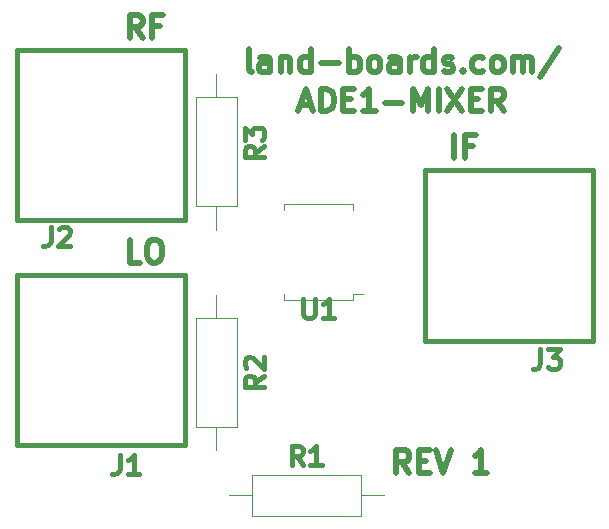
<source format=gto>
G04 #@! TF.GenerationSoftware,KiCad,Pcbnew,(5.1.5)-3*
G04 #@! TF.CreationDate,2021-08-15T08:32:46-04:00*
G04 #@! TF.ProjectId,ADE1-MIXER,41444531-2d4d-4495-9845-522e6b696361,rev?*
G04 #@! TF.SameCoordinates,Original*
G04 #@! TF.FileFunction,Legend,Top*
G04 #@! TF.FilePolarity,Positive*
%FSLAX46Y46*%
G04 Gerber Fmt 4.6, Leading zero omitted, Abs format (unit mm)*
G04 Created by KiCad (PCBNEW (5.1.5)-3) date 2021-08-15 08:32:46*
%MOMM*%
%LPD*%
G04 APERTURE LIST*
%ADD10C,0.476250*%
%ADD11C,0.120000*%
%ADD12C,0.381000*%
%ADD13C,0.406400*%
G04 APERTURE END LIST*
D10*
X33346571Y-43533785D02*
X32711571Y-42626642D01*
X32258000Y-43533785D02*
X32258000Y-41628785D01*
X32983714Y-41628785D01*
X33165142Y-41719500D01*
X33255857Y-41810214D01*
X33346571Y-41991642D01*
X33346571Y-42263785D01*
X33255857Y-42445214D01*
X33165142Y-42535928D01*
X32983714Y-42626642D01*
X32258000Y-42626642D01*
X34163000Y-42535928D02*
X34798000Y-42535928D01*
X35070142Y-43533785D02*
X34163000Y-43533785D01*
X34163000Y-41628785D01*
X35070142Y-41628785D01*
X35614428Y-41628785D02*
X36249428Y-43533785D01*
X36884428Y-41628785D01*
X39968714Y-43533785D02*
X38880142Y-43533785D01*
X39424428Y-43533785D02*
X39424428Y-41628785D01*
X39243000Y-41900928D01*
X39061571Y-42082357D01*
X38880142Y-42173071D01*
X37183571Y-16863785D02*
X37183571Y-14958785D01*
X38725714Y-15865928D02*
X38090714Y-15865928D01*
X38090714Y-16863785D02*
X38090714Y-14958785D01*
X38997857Y-14958785D01*
X10591785Y-25753785D02*
X9684642Y-25753785D01*
X9684642Y-23848785D01*
X11589642Y-23848785D02*
X11952500Y-23848785D01*
X12133928Y-23939500D01*
X12315357Y-24120928D01*
X12406071Y-24483785D01*
X12406071Y-25118785D01*
X12315357Y-25481642D01*
X12133928Y-25663071D01*
X11952500Y-25753785D01*
X11589642Y-25753785D01*
X11408214Y-25663071D01*
X11226785Y-25481642D01*
X11136071Y-25118785D01*
X11136071Y-24483785D01*
X11226785Y-24120928D01*
X11408214Y-23939500D01*
X11589642Y-23848785D01*
X10773214Y-6703785D02*
X10138214Y-5796642D01*
X9684642Y-6703785D02*
X9684642Y-4798785D01*
X10410357Y-4798785D01*
X10591785Y-4889500D01*
X10682500Y-4980214D01*
X10773214Y-5161642D01*
X10773214Y-5433785D01*
X10682500Y-5615214D01*
X10591785Y-5705928D01*
X10410357Y-5796642D01*
X9684642Y-5796642D01*
X12224642Y-5705928D02*
X11589642Y-5705928D01*
X11589642Y-6703785D02*
X11589642Y-4798785D01*
X12496785Y-4798785D01*
X20020642Y-9608910D02*
X19839214Y-9518196D01*
X19748499Y-9336767D01*
X19748499Y-7703910D01*
X21562785Y-9608910D02*
X21562785Y-8611053D01*
X21472071Y-8429625D01*
X21290642Y-8338910D01*
X20927785Y-8338910D01*
X20746357Y-8429625D01*
X21562785Y-9518196D02*
X21381357Y-9608910D01*
X20927785Y-9608910D01*
X20746357Y-9518196D01*
X20655642Y-9336767D01*
X20655642Y-9155339D01*
X20746357Y-8973910D01*
X20927785Y-8883196D01*
X21381357Y-8883196D01*
X21562785Y-8792482D01*
X22469928Y-8338910D02*
X22469928Y-9608910D01*
X22469928Y-8520339D02*
X22560642Y-8429625D01*
X22742071Y-8338910D01*
X23014214Y-8338910D01*
X23195642Y-8429625D01*
X23286357Y-8611053D01*
X23286357Y-9608910D01*
X25009928Y-9608910D02*
X25009928Y-7703910D01*
X25009928Y-9518196D02*
X24828499Y-9608910D01*
X24465642Y-9608910D01*
X24284214Y-9518196D01*
X24193499Y-9427482D01*
X24102785Y-9246053D01*
X24102785Y-8701767D01*
X24193499Y-8520339D01*
X24284214Y-8429625D01*
X24465642Y-8338910D01*
X24828499Y-8338910D01*
X25009928Y-8429625D01*
X25917071Y-8883196D02*
X27368499Y-8883196D01*
X28275642Y-9608910D02*
X28275642Y-7703910D01*
X28275642Y-8429625D02*
X28457071Y-8338910D01*
X28819928Y-8338910D01*
X29001357Y-8429625D01*
X29092071Y-8520339D01*
X29182785Y-8701767D01*
X29182785Y-9246053D01*
X29092071Y-9427482D01*
X29001357Y-9518196D01*
X28819928Y-9608910D01*
X28457071Y-9608910D01*
X28275642Y-9518196D01*
X30271357Y-9608910D02*
X30089928Y-9518196D01*
X29999214Y-9427482D01*
X29908499Y-9246053D01*
X29908499Y-8701767D01*
X29999214Y-8520339D01*
X30089928Y-8429625D01*
X30271357Y-8338910D01*
X30543499Y-8338910D01*
X30724928Y-8429625D01*
X30815642Y-8520339D01*
X30906357Y-8701767D01*
X30906357Y-9246053D01*
X30815642Y-9427482D01*
X30724928Y-9518196D01*
X30543499Y-9608910D01*
X30271357Y-9608910D01*
X32539214Y-9608910D02*
X32539214Y-8611053D01*
X32448499Y-8429625D01*
X32267071Y-8338910D01*
X31904214Y-8338910D01*
X31722785Y-8429625D01*
X32539214Y-9518196D02*
X32357785Y-9608910D01*
X31904214Y-9608910D01*
X31722785Y-9518196D01*
X31632071Y-9336767D01*
X31632071Y-9155339D01*
X31722785Y-8973910D01*
X31904214Y-8883196D01*
X32357785Y-8883196D01*
X32539214Y-8792482D01*
X33446357Y-9608910D02*
X33446357Y-8338910D01*
X33446357Y-8701767D02*
X33537071Y-8520339D01*
X33627785Y-8429625D01*
X33809214Y-8338910D01*
X33990642Y-8338910D01*
X35442071Y-9608910D02*
X35442071Y-7703910D01*
X35442071Y-9518196D02*
X35260642Y-9608910D01*
X34897785Y-9608910D01*
X34716357Y-9518196D01*
X34625642Y-9427482D01*
X34534928Y-9246053D01*
X34534928Y-8701767D01*
X34625642Y-8520339D01*
X34716357Y-8429625D01*
X34897785Y-8338910D01*
X35260642Y-8338910D01*
X35442071Y-8429625D01*
X36258500Y-9518196D02*
X36439928Y-9608910D01*
X36802785Y-9608910D01*
X36984214Y-9518196D01*
X37074928Y-9336767D01*
X37074928Y-9246053D01*
X36984214Y-9064625D01*
X36802785Y-8973910D01*
X36530642Y-8973910D01*
X36349214Y-8883196D01*
X36258500Y-8701767D01*
X36258500Y-8611053D01*
X36349214Y-8429625D01*
X36530642Y-8338910D01*
X36802785Y-8338910D01*
X36984214Y-8429625D01*
X37891357Y-9427482D02*
X37982071Y-9518196D01*
X37891357Y-9608910D01*
X37800642Y-9518196D01*
X37891357Y-9427482D01*
X37891357Y-9608910D01*
X39614928Y-9518196D02*
X39433500Y-9608910D01*
X39070642Y-9608910D01*
X38889214Y-9518196D01*
X38798500Y-9427482D01*
X38707785Y-9246053D01*
X38707785Y-8701767D01*
X38798500Y-8520339D01*
X38889214Y-8429625D01*
X39070642Y-8338910D01*
X39433500Y-8338910D01*
X39614928Y-8429625D01*
X40703500Y-9608910D02*
X40522071Y-9518196D01*
X40431357Y-9427482D01*
X40340642Y-9246053D01*
X40340642Y-8701767D01*
X40431357Y-8520339D01*
X40522071Y-8429625D01*
X40703500Y-8338910D01*
X40975642Y-8338910D01*
X41157071Y-8429625D01*
X41247785Y-8520339D01*
X41338500Y-8701767D01*
X41338500Y-9246053D01*
X41247785Y-9427482D01*
X41157071Y-9518196D01*
X40975642Y-9608910D01*
X40703500Y-9608910D01*
X42154928Y-9608910D02*
X42154928Y-8338910D01*
X42154928Y-8520339D02*
X42245642Y-8429625D01*
X42427071Y-8338910D01*
X42699214Y-8338910D01*
X42880642Y-8429625D01*
X42971357Y-8611053D01*
X42971357Y-9608910D01*
X42971357Y-8611053D02*
X43062071Y-8429625D01*
X43243500Y-8338910D01*
X43515642Y-8338910D01*
X43697071Y-8429625D01*
X43787785Y-8611053D01*
X43787785Y-9608910D01*
X46055642Y-7613196D02*
X44422785Y-10062482D01*
X24148142Y-12398375D02*
X25055285Y-12398375D01*
X23966714Y-12942660D02*
X24601714Y-11037660D01*
X25236714Y-12942660D01*
X25871714Y-12942660D02*
X25871714Y-11037660D01*
X26325285Y-11037660D01*
X26597428Y-11128375D01*
X26778857Y-11309803D01*
X26869571Y-11491232D01*
X26960285Y-11854089D01*
X26960285Y-12126232D01*
X26869571Y-12489089D01*
X26778857Y-12670517D01*
X26597428Y-12851946D01*
X26325285Y-12942660D01*
X25871714Y-12942660D01*
X27776714Y-11944803D02*
X28411714Y-11944803D01*
X28683857Y-12942660D02*
X27776714Y-12942660D01*
X27776714Y-11037660D01*
X28683857Y-11037660D01*
X30498142Y-12942660D02*
X29409571Y-12942660D01*
X29953857Y-12942660D02*
X29953857Y-11037660D01*
X29772428Y-11309803D01*
X29591000Y-11491232D01*
X29409571Y-11581946D01*
X31314571Y-12216946D02*
X32766000Y-12216946D01*
X33673142Y-12942660D02*
X33673142Y-11037660D01*
X34308142Y-12398375D01*
X34943142Y-11037660D01*
X34943142Y-12942660D01*
X35850285Y-12942660D02*
X35850285Y-11037660D01*
X36576000Y-11037660D02*
X37846000Y-12942660D01*
X37846000Y-11037660D02*
X36576000Y-12942660D01*
X38571714Y-11944803D02*
X39206714Y-11944803D01*
X39478857Y-12942660D02*
X38571714Y-12942660D01*
X38571714Y-11037660D01*
X39478857Y-11037660D01*
X41383857Y-12942660D02*
X40748857Y-12035517D01*
X40295285Y-12942660D02*
X40295285Y-11037660D01*
X41021000Y-11037660D01*
X41202428Y-11128375D01*
X41293142Y-11219089D01*
X41383857Y-11400517D01*
X41383857Y-11672660D01*
X41293142Y-11854089D01*
X41202428Y-11944803D01*
X41021000Y-12035517D01*
X40295285Y-12035517D01*
D11*
X17018000Y-9800000D02*
X17018000Y-11760000D01*
X17018000Y-22960000D02*
X17018000Y-21000000D01*
X15298000Y-11760000D02*
X15298000Y-21000000D01*
X18738000Y-11760000D02*
X15298000Y-11760000D01*
X18738000Y-21000000D02*
X18738000Y-11760000D01*
X15298000Y-21000000D02*
X18738000Y-21000000D01*
D12*
X14325600Y-41224200D02*
X124460Y-41224200D01*
X129540Y-41229280D02*
X129540Y-26830020D01*
X124460Y-26824940D02*
X14325600Y-26824940D01*
X14343380Y-41224200D02*
X14343380Y-26824940D01*
X14343380Y-22174200D02*
X14343380Y-7774940D01*
X124460Y-7774940D02*
X14325600Y-7774940D01*
X129540Y-22179280D02*
X129540Y-7780020D01*
X14325600Y-22174200D02*
X124460Y-22174200D01*
X34696400Y-17957800D02*
X48897540Y-17957800D01*
X48892460Y-17952720D02*
X48892460Y-32351980D01*
X48897540Y-32357060D02*
X34696400Y-32357060D01*
X34678620Y-17957800D02*
X34678620Y-32357060D01*
D11*
X22733000Y-28448000D02*
X22733000Y-28956000D01*
X22733000Y-28956000D02*
X28575000Y-28956000D01*
X28575000Y-28956000D02*
X28575000Y-28448000D01*
X28575000Y-28448000D02*
X29464000Y-28448000D01*
X28575000Y-21336000D02*
X28575000Y-20828000D01*
X28575000Y-20828000D02*
X22733000Y-20828000D01*
X22733000Y-20828000D02*
X22733000Y-21336000D01*
X20018000Y-43746000D02*
X20018000Y-47186000D01*
X20018000Y-47186000D02*
X29258000Y-47186000D01*
X29258000Y-47186000D02*
X29258000Y-43746000D01*
X29258000Y-43746000D02*
X20018000Y-43746000D01*
X18058000Y-45466000D02*
X20018000Y-45466000D01*
X31218000Y-45466000D02*
X29258000Y-45466000D01*
X18738000Y-30432000D02*
X15298000Y-30432000D01*
X15298000Y-30432000D02*
X15298000Y-39672000D01*
X15298000Y-39672000D02*
X18738000Y-39672000D01*
X18738000Y-39672000D02*
X18738000Y-30432000D01*
X17018000Y-28472000D02*
X17018000Y-30432000D01*
X17018000Y-41632000D02*
X17018000Y-39672000D01*
D13*
X21066880Y-15893166D02*
X20280690Y-16443500D01*
X21066880Y-16836595D02*
X19415880Y-16836595D01*
X19415880Y-16207642D01*
X19494500Y-16050404D01*
X19573119Y-15971785D01*
X19730357Y-15893166D01*
X19966214Y-15893166D01*
X20123452Y-15971785D01*
X20202071Y-16050404D01*
X20280690Y-16207642D01*
X20280690Y-16836595D01*
X19415880Y-15342833D02*
X19415880Y-14320785D01*
X20044833Y-14871119D01*
X20044833Y-14635261D01*
X20123452Y-14478023D01*
X20202071Y-14399404D01*
X20359309Y-14320785D01*
X20752404Y-14320785D01*
X20909642Y-14399404D01*
X20988261Y-14478023D01*
X21066880Y-14635261D01*
X21066880Y-15106976D01*
X20988261Y-15264214D01*
X20909642Y-15342833D01*
X8847666Y-42021880D02*
X8847666Y-43201166D01*
X8769047Y-43437023D01*
X8611809Y-43594261D01*
X8375952Y-43672880D01*
X8218714Y-43672880D01*
X10498666Y-43672880D02*
X9555238Y-43672880D01*
X10026952Y-43672880D02*
X10026952Y-42021880D01*
X9869714Y-42257738D01*
X9712476Y-42414976D01*
X9555238Y-42493595D01*
X3005666Y-22717880D02*
X3005666Y-23897166D01*
X2927047Y-24133023D01*
X2769809Y-24290261D01*
X2533952Y-24368880D01*
X2376714Y-24368880D01*
X3713238Y-22875119D02*
X3791857Y-22796500D01*
X3949095Y-22717880D01*
X4342190Y-22717880D01*
X4499428Y-22796500D01*
X4578047Y-22875119D01*
X4656666Y-23032357D01*
X4656666Y-23189595D01*
X4578047Y-23425452D01*
X3634619Y-24368880D01*
X4656666Y-24368880D01*
X44449666Y-33095880D02*
X44449666Y-34275166D01*
X44371047Y-34511023D01*
X44213809Y-34668261D01*
X43977952Y-34746880D01*
X43820714Y-34746880D01*
X45078619Y-33095880D02*
X46100666Y-33095880D01*
X45550333Y-33724833D01*
X45786190Y-33724833D01*
X45943428Y-33803452D01*
X46022047Y-33882071D01*
X46100666Y-34039309D01*
X46100666Y-34432404D01*
X46022047Y-34589642D01*
X45943428Y-34668261D01*
X45786190Y-34746880D01*
X45314476Y-34746880D01*
X45157238Y-34668261D01*
X45078619Y-34589642D01*
X24396095Y-28813880D02*
X24396095Y-30150404D01*
X24474714Y-30307642D01*
X24553333Y-30386261D01*
X24710571Y-30464880D01*
X25025047Y-30464880D01*
X25182285Y-30386261D01*
X25260904Y-30307642D01*
X25339523Y-30150404D01*
X25339523Y-28813880D01*
X26990523Y-30464880D02*
X26047095Y-30464880D01*
X26518809Y-30464880D02*
X26518809Y-28813880D01*
X26361571Y-29049738D01*
X26204333Y-29206976D01*
X26047095Y-29285595D01*
X24362833Y-42910880D02*
X23812500Y-42124690D01*
X23419404Y-42910880D02*
X23419404Y-41259880D01*
X24048357Y-41259880D01*
X24205595Y-41338500D01*
X24284214Y-41417119D01*
X24362833Y-41574357D01*
X24362833Y-41810214D01*
X24284214Y-41967452D01*
X24205595Y-42046071D01*
X24048357Y-42124690D01*
X23419404Y-42124690D01*
X25935214Y-42910880D02*
X24991785Y-42910880D01*
X25463500Y-42910880D02*
X25463500Y-41259880D01*
X25306261Y-41495738D01*
X25149023Y-41652976D01*
X24991785Y-41731595D01*
X21066880Y-35327166D02*
X20280690Y-35877500D01*
X21066880Y-36270595D02*
X19415880Y-36270595D01*
X19415880Y-35641642D01*
X19494500Y-35484404D01*
X19573119Y-35405785D01*
X19730357Y-35327166D01*
X19966214Y-35327166D01*
X20123452Y-35405785D01*
X20202071Y-35484404D01*
X20280690Y-35641642D01*
X20280690Y-36270595D01*
X19573119Y-34698214D02*
X19494500Y-34619595D01*
X19415880Y-34462357D01*
X19415880Y-34069261D01*
X19494500Y-33912023D01*
X19573119Y-33833404D01*
X19730357Y-33754785D01*
X19887595Y-33754785D01*
X20123452Y-33833404D01*
X21066880Y-34776833D01*
X21066880Y-33754785D01*
M02*

</source>
